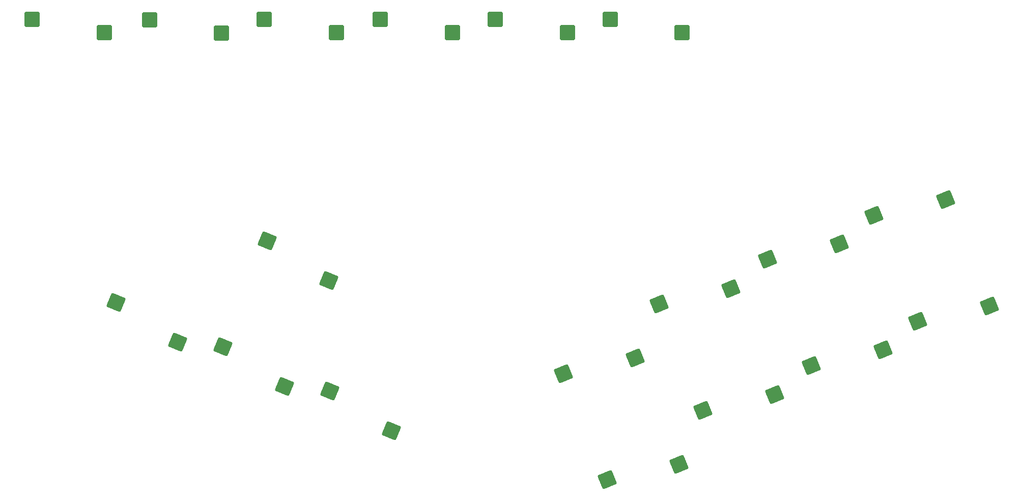
<source format=gbr>
%TF.GenerationSoftware,KiCad,Pcbnew,7.0.5*%
%TF.CreationDate,2023-07-09T01:02:00-05:00*%
%TF.ProjectId,NanoSwap,4e616e6f-5377-4617-902e-6b696361645f,rev?*%
%TF.SameCoordinates,Original*%
%TF.FileFunction,Paste,Bot*%
%TF.FilePolarity,Positive*%
%FSLAX46Y46*%
G04 Gerber Fmt 4.6, Leading zero omitted, Abs format (unit mm)*
G04 Created by KiCad (PCBNEW 7.0.5) date 2023-07-09 01:02:00*
%MOMM*%
%LPD*%
G01*
G04 APERTURE LIST*
G04 Aperture macros list*
%AMRoundRect*
0 Rectangle with rounded corners*
0 $1 Rounding radius*
0 $2 $3 $4 $5 $6 $7 $8 $9 X,Y pos of 4 corners*
0 Add a 4 corners polygon primitive as box body*
4,1,4,$2,$3,$4,$5,$6,$7,$8,$9,$2,$3,0*
0 Add four circle primitives for the rounded corners*
1,1,$1+$1,$2,$3*
1,1,$1+$1,$4,$5*
1,1,$1+$1,$6,$7*
1,1,$1+$1,$8,$9*
0 Add four rect primitives between the rounded corners*
20,1,$1+$1,$2,$3,$4,$5,0*
20,1,$1+$1,$4,$5,$6,$7,0*
20,1,$1+$1,$6,$7,$8,$9,0*
20,1,$1+$1,$8,$9,$2,$3,0*%
G04 Aperture macros list end*
%ADD10RoundRect,0.250000X-1.025000X-1.000000X1.025000X-1.000000X1.025000X1.000000X-1.025000X1.000000X0*%
%ADD11RoundRect,0.250000X-1.329660X-0.531629X0.564293X-1.316130X1.329660X0.531629X-0.564293X1.316130X0*%
%ADD12RoundRect,0.250000X-0.564293X-1.316130X1.329660X-0.531629X0.564293X1.316130X-1.329660X0.531629X0*%
G04 APERTURE END LIST*
D10*
%TO.C,REF\u002A\u002A*%
X115131810Y-45308000D03*
X127131810Y-47508000D03*
%TD*%
D11*
%TO.C,REF\u002A\u002A*%
X88977185Y-99724572D03*
X99221836Y-106349308D03*
%TD*%
D12*
%TO.C,REF\u002A\u002A*%
X152918358Y-121827641D03*
X164846816Y-119267975D03*
%TD*%
D11*
%TO.C,REF\u002A\u002A*%
X96371185Y-82103835D03*
X106615836Y-88728571D03*
%TD*%
D10*
%TO.C,REF\u002A\u002A*%
X95874810Y-45318000D03*
X107874810Y-47518000D03*
%TD*%
D12*
%TO.C,REF\u002A\u002A*%
X186885120Y-102820274D03*
X198813578Y-100260608D03*
%TD*%
%TO.C,REF\u002A\u002A*%
X204555109Y-95490301D03*
X216483567Y-92930635D03*
%TD*%
D11*
%TO.C,REF\u002A\u002A*%
X71180495Y-92352944D03*
X81425146Y-98977680D03*
%TD*%
D12*
%TO.C,REF\u002A\u002A*%
X161530231Y-92629438D03*
X173458689Y-90069772D03*
%TD*%
D11*
%TO.C,REF\u002A\u002A*%
X106774349Y-107095071D03*
X117019000Y-113719807D03*
%TD*%
D12*
%TO.C,REF\u002A\u002A*%
X197246621Y-77846051D03*
X209175079Y-75286385D03*
%TD*%
D10*
%TO.C,REF\u002A\u002A*%
X134254000Y-45318000D03*
X146254000Y-47518000D03*
%TD*%
D12*
%TO.C,REF\u002A\u002A*%
X168838718Y-110273691D03*
X180767176Y-107714025D03*
%TD*%
D10*
%TO.C,REF\u002A\u002A*%
X76744810Y-45328000D03*
X88744810Y-47528000D03*
%TD*%
%TO.C,REF\u002A\u002A*%
X153384000Y-45308000D03*
X165384000Y-47508000D03*
%TD*%
D12*
%TO.C,REF\u002A\u002A*%
X179576629Y-85176025D03*
X191505087Y-82616359D03*
%TD*%
D10*
%TO.C,REF\u002A\u002A*%
X57219810Y-45308000D03*
X69219810Y-47508000D03*
%TD*%
D12*
%TO.C,REF\u002A\u002A*%
X145609870Y-104183389D03*
X157538328Y-101623723D03*
%TD*%
M02*

</source>
